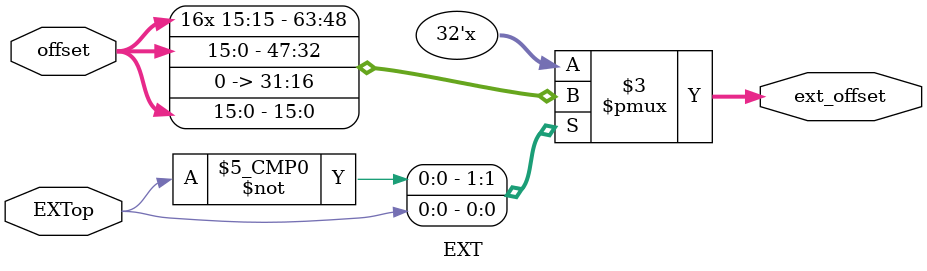
<source format=v>
`timescale 1ns / 1ps
module EXT(
    input [15:0] offset,
    input  EXTop,
    output reg [31:0] ext_offset
    );
	initial 
		begin
			ext_offset=32'b0;
		end
    always@(*)
        begin
            case(EXTop)
                1'b0:ext_offset={{16{offset[15]}},offset};
                1'b1:ext_offset={16'b0,offset};
                default:ext_offset=32'b0;
            endcase
        end

endmodule


</source>
